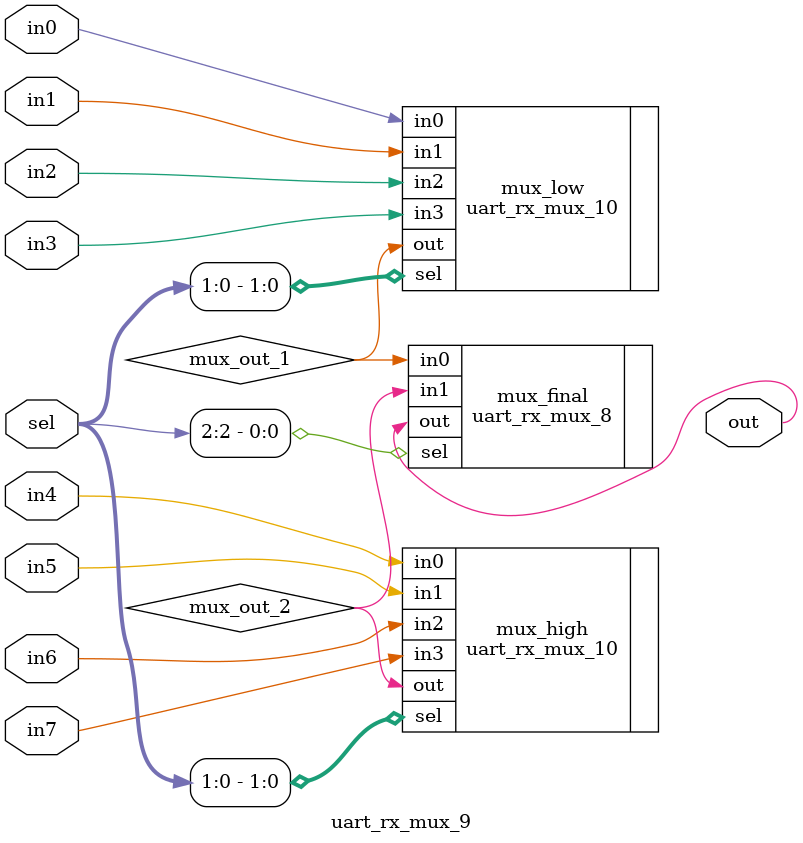
<source format=sv>
module uart_rx_mux_9 #(parameter WIDTH = 1) (
  input  logic [2:0] sel,
  input  logic [WIDTH-1:0] in0, in1, in2, in3, in4, in5, in6, in7,
  output logic [WIDTH-1:0] out
);
  logic [WIDTH-1:0] mux_out_1, mux_out_2;

  uart_rx_mux_10 #(WIDTH) mux_low (
    .sel(sel[1:0]),
    .in0(in0),
    .in1(in1),
    .in2(in2),
    .in3(in3),
    .out(mux_out_1)
  );

  uart_rx_mux_10 #(WIDTH) mux_high (
    .sel(sel[1:0]),
    .in0(in4),
    .in1(in5),
    .in2(in6),
    .in3(in7),
    .out(mux_out_2)
  );

  uart_rx_mux_8 #(WIDTH) mux_final (
    .sel(sel[2]),
    .in0(mux_out_1),
    .in1(mux_out_2),
    .out(out)
  );
endmodule
</source>
